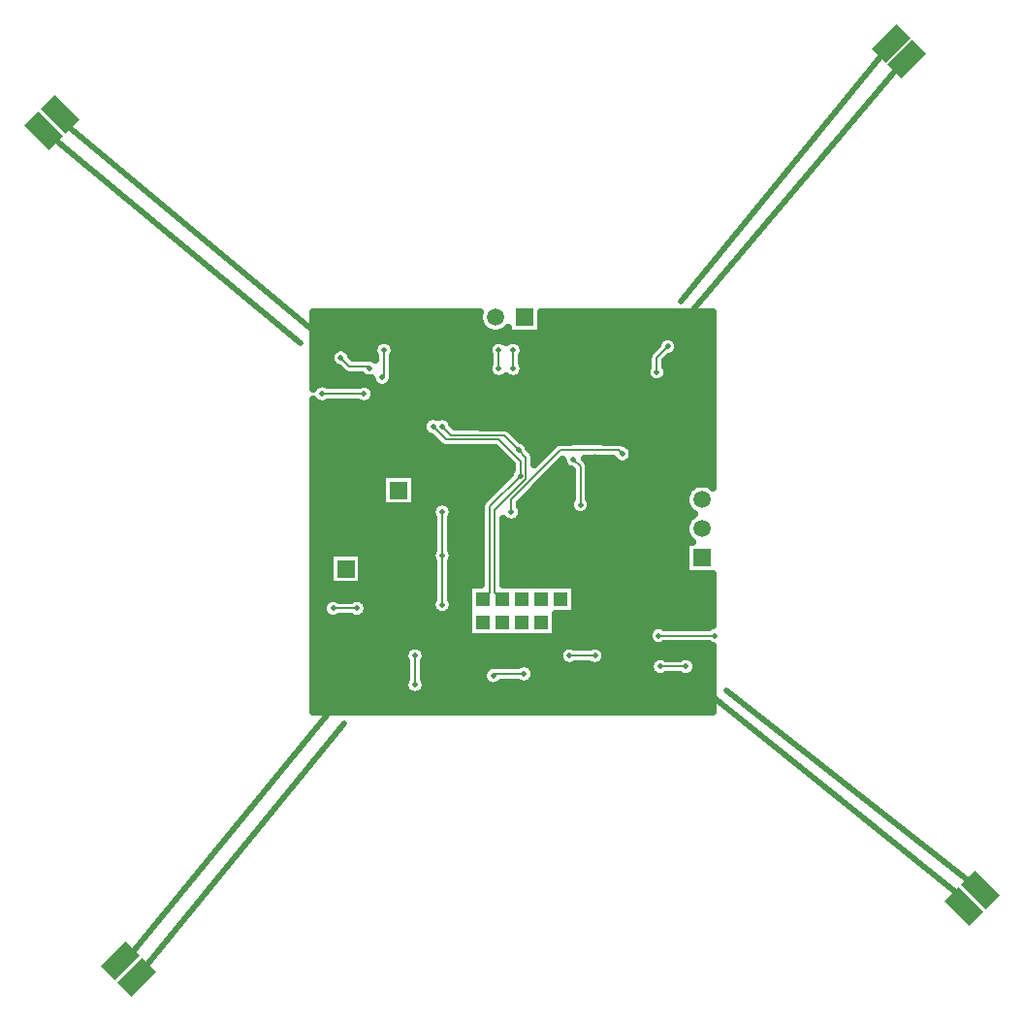
<source format=gbl>
G04 DipTrace 3.2.0.1*
G04 Rev1.2.gbl*
%MOIN*%
G04 #@! TF.FileFunction,Copper,L2,Bot*
G04 #@! TF.Part,Single*
%AMOUTLINE6*
4,1,4,
0.017399,0.066117,
0.066117,0.017399,
-0.017399,-0.066117,
-0.066117,-0.017399,
0.017399,0.066117,
0*%
%AMOUTLINE9*
4,1,4,
-0.066117,0.017399,
-0.017399,0.066117,
0.066117,-0.017399,
0.017399,-0.066117,
-0.066117,0.017399,
0*%
G04 #@! TA.AperFunction,Conductor*
%ADD13C,0.006*%
%ADD14C,0.02*%
G04 #@! TA.AperFunction,CopperBalancing*
%ADD15C,0.025*%
G04 #@! TA.AperFunction,ComponentPad*
%ADD20R,0.059055X0.059055*%
%ADD21C,0.059055*%
%ADD32R,0.047244X0.047244*%
G04 #@! TA.AperFunction,ViaPad*
%ADD35C,0.019*%
%ADD77OUTLINE6*%
%ADD80OUTLINE9*%
%FSLAX26Y26*%
G04*
G70*
G90*
G75*
G01*
G04 Bottom*
%LPD*%
X992650Y776114D2*
D13*
X983249Y785514D1*
Y788354D1*
X3884227Y977978D2*
X3883249Y977000D1*
X3690945Y3887795D2*
X3687106D1*
X3686878Y3888024D1*
X777559Y3690945D2*
Y3696197D1*
X774378Y3699378D1*
X2170177Y2707677D2*
X2282677D1*
X2220177Y2795177D2*
X2232677Y2782677D1*
X2607677Y2520177D2*
X2617052Y2529552D1*
X2370177Y2363927D2*
Y2370177D1*
X983249Y788354D2*
X992403Y779201D1*
D14*
X1732677Y1682677D1*
X3686878Y3888024D2*
Y3894626D1*
X2901428Y2970177D1*
X3883249Y977000D2*
X3897441Y991192D1*
X2957677Y1745177D1*
X774378Y3699378D2*
X764634Y3689634D1*
X1726428Y2888928D1*
X2363927Y1876428D2*
D13*
X2370178D1*
X2376428Y1882677D1*
X3063927Y1720177D2*
D14*
X3938927Y1032677D1*
X2282677Y2826428D2*
D13*
Y2888928D1*
X2332677Y2826428D2*
Y2888927D1*
X2370177Y1776428D2*
X2270177D1*
X2263927Y1770177D1*
X2838927Y1801428D2*
X2926427D1*
X2563927Y2357677D2*
Y2488927D1*
X2538927Y2513927D1*
X2826427Y2813927D2*
Y2863927D1*
X2863927Y2901427D1*
X1838928Y2826428D2*
Y2832677D1*
X1770177D1*
X1740404Y2862450D1*
X1751428Y1607677D2*
D14*
X1038927Y732677D1*
X1601428Y2913927D2*
X721654Y3643701D1*
X718701D1*
X2907677Y3057677D2*
X3631201Y3943701D1*
X1995177Y1838928D2*
D13*
Y1738928D1*
X2526427Y1838928D2*
X2613927D1*
X2832677Y1907677D2*
X3026427D1*
X1713927Y2001428D2*
X1795177D1*
X1888927Y2888928D2*
Y2801428D1*
X1882677Y2795177D1*
X1820177Y2738928D2*
X1676428D1*
X2363927Y1951428D2*
X2362106Y1953248D1*
X2357677Y2457677D2*
Y2507677D1*
X2282677Y2582677D1*
X2101428D1*
X2057677Y2626428D1*
X2228248Y2031988D2*
X2225738D1*
X2251427Y2057677D1*
Y2351427D1*
X2357677Y2457677D1*
X2088927Y2626428D2*
X2120177Y2595177D1*
X2301428D1*
X2351428Y2545177D1*
X2295177Y2031988D2*
X2295865D1*
X2270177Y2057676D1*
Y2338928D1*
X2376427Y2445177D1*
Y2520178D1*
X2351428Y2545177D1*
X2088927Y2332678D2*
Y2182677D1*
Y2013927D1*
X2326427Y2332677D2*
Y2376427D1*
X2495177Y2545177D1*
X2695177D1*
X2707677Y2532677D1*
D35*
X992650Y776114D3*
X3884227Y977978D3*
X3690945Y3887795D3*
X777559Y3690945D3*
X2170177Y2707677D3*
X2220177Y2795177D3*
X2607677Y2520177D3*
X2370177Y2363927D3*
X2363927Y1876428D3*
X3063927Y1720177D3*
X2282677Y2826428D3*
Y2888928D3*
X2332677Y2826428D3*
Y2888927D3*
X2370177Y1776428D3*
X2263927Y1770177D3*
X2838927Y1801428D3*
X2926427D3*
X2563927Y2357677D3*
X2538927Y2513927D3*
X2826427Y2813927D3*
X2863927Y2901427D3*
X1838928Y2826428D3*
X1740404Y2862450D3*
X1751428Y1607677D3*
X1601428Y2913927D3*
X2907677Y3057677D3*
X1995177Y1838928D3*
Y1738928D3*
X2526427Y1838928D3*
X2613927D3*
X2832677Y1907677D3*
X3026427D3*
X1713927Y2001428D3*
X1795177D3*
X1888927Y2888928D3*
X1882677Y2795177D3*
X1820177Y2738928D3*
X1676428D3*
X2363927Y1951428D3*
X2357677Y2457677D3*
X2057677Y2626428D3*
X2357677Y2457677D3*
X2088927Y2626428D3*
X2351428Y2545177D3*
X2088927Y2332678D3*
Y2013927D3*
Y2182677D3*
X2326427Y2332677D3*
X2707677Y2532677D3*
X1647695Y2995308D2*
D15*
X2213935D1*
X2430580D2*
X3017669D1*
X1647695Y2970440D2*
X2223229D1*
X2430580D2*
X3017669D1*
X1647695Y2945571D2*
X3017669D1*
X1647695Y2920702D2*
X1869519D1*
X1908322D2*
X2263276D1*
X2302079D2*
X2313249D1*
X2352066D2*
X2831036D1*
X2896824D2*
X3017669D1*
X1647695Y2895833D2*
X1724439D1*
X1756352D2*
X1851110D1*
X1926766D2*
X2244868D1*
X2370510D2*
X2814134D1*
X2901991D2*
X3017669D1*
X1647695Y2870965D2*
X1702945D1*
X1777883D2*
X1855237D1*
X1922604D2*
X2248994D1*
X2366384D2*
X2795295D1*
X2885592D2*
X3017669D1*
X1647695Y2846096D2*
X1705851D1*
X1920917D2*
X2250035D1*
X2365307D2*
X2794434D1*
X2858428D2*
X3017669D1*
X1647695Y2821227D2*
X1737429D1*
X1920917D2*
X2244581D1*
X2370797D2*
X2788692D1*
X2864169D2*
X3017669D1*
X1647695Y2796358D2*
X1816662D1*
X1921133D2*
X2260405D1*
X2354972D2*
X2792496D1*
X2860329D2*
X3017669D1*
X1647695Y2771490D2*
X1658576D1*
X1694273D2*
X1802344D1*
X1838025D2*
X1853084D1*
X1912269D2*
X3017669D1*
X1857833Y2746621D2*
X3017669D1*
X1854316Y2721752D2*
X3017669D1*
X1647695Y2696883D2*
X3017669D1*
X1647695Y2672014D2*
X3017669D1*
X1647695Y2647146D2*
X2025759D1*
X2120864D2*
X3017669D1*
X1647695Y2622277D2*
X2019407D1*
X2315572D2*
X3017669D1*
X1647695Y2597408D2*
X2033869D1*
X2343418D2*
X3017669D1*
X1647695Y2572539D2*
X2067349D1*
X2377328D2*
X2481667D1*
X2708683D2*
X3017669D1*
X1647695Y2547671D2*
X2273467D1*
X2393153D2*
X2453462D1*
X2742880D2*
X3017669D1*
X1647695Y2522802D2*
X2298335D1*
X2408296D2*
X2428595D1*
X2744782D2*
X3017669D1*
X1647695Y2497933D2*
X2323203D1*
X2492158D2*
X2504167D1*
X2594499D2*
X2695788D1*
X2719556D2*
X3017669D1*
X1647695Y2473064D2*
X2322629D1*
X2467290D2*
X2531941D1*
X2595935D2*
X3017669D1*
X1647695Y2448196D2*
X1880392D1*
X1997458D2*
X2304005D1*
X2442386D2*
X2531941D1*
X2595935D2*
X3017669D1*
X1647695Y2423327D2*
X1880392D1*
X1997458D2*
X2279101D1*
X2417519D2*
X2531941D1*
X2595935D2*
X2951104D1*
X1647695Y2398458D2*
X1880392D1*
X1997458D2*
X2254233D1*
X2392651D2*
X2531941D1*
X2595935D2*
X2928820D1*
X1647695Y2373589D2*
X1880392D1*
X1997458D2*
X2229366D1*
X2367783D2*
X2529142D1*
X2598698D2*
X2923796D1*
X1647695Y2348720D2*
X2054215D1*
X2123663D2*
X2219426D1*
X2361145D2*
X2526559D1*
X2601281D2*
X2930399D1*
X1647695Y2323852D2*
X2051524D1*
X2126318D2*
X2219426D1*
X2363836D2*
X2549130D1*
X2578710D2*
X2952001D1*
X1647695Y2298983D2*
X2056942D1*
X2120936D2*
X2219426D1*
X2302187D2*
X2311301D1*
X2341588D2*
X2929071D1*
X1647695Y2274114D2*
X2056942D1*
X2120936D2*
X2219426D1*
X2302187D2*
X2923761D1*
X1647695Y2249245D2*
X2056942D1*
X2120936D2*
X2219426D1*
X2302187D2*
X2930148D1*
X1647695Y2224377D2*
X2056942D1*
X2120936D2*
X2219426D1*
X2302187D2*
X2923761D1*
X1647695Y2199508D2*
X2054610D1*
X2123232D2*
X2219426D1*
X2302187D2*
X2923761D1*
X1647695Y2174639D2*
X1699069D1*
X1816100D2*
X2051344D1*
X2126498D2*
X2219426D1*
X2302187D2*
X2923761D1*
X1647695Y2149770D2*
X1699069D1*
X1816100D2*
X2056942D1*
X2120936D2*
X2219426D1*
X2302187D2*
X2923761D1*
X1647695Y2124902D2*
X1699069D1*
X1816100D2*
X2056942D1*
X2120936D2*
X2219426D1*
X2302187D2*
X2923761D1*
X1647695Y2100033D2*
X1699069D1*
X1816100D2*
X2056942D1*
X2120936D2*
X2219426D1*
X2302187D2*
X3017669D1*
X1647695Y2075164D2*
X2056942D1*
X2120936D2*
X2175647D1*
X2548568D2*
X3017669D1*
X1647695Y2050295D2*
X2056942D1*
X2120936D2*
X2175647D1*
X2548568D2*
X3017669D1*
X1647695Y2025427D2*
X1684608D1*
X1824496D2*
X2052313D1*
X2125529D2*
X2175647D1*
X2548568D2*
X3017669D1*
X1647695Y2000558D2*
X1675457D1*
X1833647D2*
X2052995D1*
X2124847D2*
X2175647D1*
X2548568D2*
X3017669D1*
X1647695Y1975689D2*
X1686259D1*
X1822846D2*
X2175647D1*
X2481644D2*
X3017669D1*
X1647695Y1950820D2*
X2175647D1*
X2481644D2*
X3017669D1*
X1647695Y1925951D2*
X2175647D1*
X2481644D2*
X2799171D1*
X1647695Y1901083D2*
X2794793D1*
X1647695Y1876214D2*
X2812699D1*
X2852650D2*
X3006438D1*
X1647695Y1851345D2*
X1958907D1*
X2031476D2*
X2490136D1*
X2650192D2*
X3017669D1*
X1647695Y1826476D2*
X1958907D1*
X2031441D2*
X2490172D1*
X2650192D2*
X2810582D1*
X2954777D2*
X3017669D1*
X1647695Y1801608D2*
X1963177D1*
X2027170D2*
X2243899D1*
X2398392D2*
X2800427D1*
X2964932D2*
X3017669D1*
X1647695Y1776739D2*
X1963177D1*
X2027170D2*
X2226028D1*
X2408655D2*
X2810223D1*
X2955100D2*
X3017669D1*
X1647695Y1751870D2*
X1959086D1*
X2031261D2*
X2230442D1*
X2399002D2*
X3017669D1*
X1647695Y1727001D2*
X1958727D1*
X2031620D2*
X3017669D1*
X1647695Y1702133D2*
X3017669D1*
X1647695Y1677264D2*
X3017669D1*
X1647695Y1652395D2*
X3017669D1*
X2935450Y2231217D2*
X2947615D1*
X2942672Y2235585D1*
X2936963Y2242269D1*
X2932370Y2249764D1*
X2929006Y2257886D1*
X2926953Y2266433D1*
X2926264Y2275197D1*
X2926953Y2283960D1*
X2929006Y2292508D1*
X2932370Y2300629D1*
X2936963Y2308124D1*
X2942672Y2314809D1*
X2949356Y2320518D1*
X2957023Y2325190D1*
X2949356Y2329876D1*
X2942672Y2335585D1*
X2936963Y2342269D1*
X2932370Y2349764D1*
X2929006Y2357886D1*
X2926953Y2366433D1*
X2926264Y2375197D1*
X2926953Y2383960D1*
X2929006Y2392508D1*
X2932370Y2400629D1*
X2936963Y2408124D1*
X2942672Y2414809D1*
X2949356Y2420518D1*
X2956851Y2425111D1*
X2964972Y2428475D1*
X2973520Y2430527D1*
X2982283Y2431217D1*
X2991047Y2430527D1*
X2999594Y2428475D1*
X3007716Y2425111D1*
X3015211Y2420518D1*
X3020167Y2416407D1*
X3020177Y3020211D1*
X2428065Y3020177D1*
X2428067Y2945949D1*
X2316028D1*
Y2967300D1*
X2311659Y2962357D1*
X2304975Y2956648D1*
X2297480Y2952055D1*
X2289358Y2948691D1*
X2280811Y2946639D1*
X2272047Y2945949D1*
X2263284Y2946639D1*
X2254736Y2948691D1*
X2246615Y2952055D1*
X2239120Y2956648D1*
X2232435Y2962357D1*
X2226726Y2969041D1*
X2222133Y2976536D1*
X2218769Y2984657D1*
X2216717Y2993205D1*
X2216028Y3001969D1*
X2216717Y3010732D1*
X2218769Y3019280D1*
X2219096Y3020166D1*
X1645143Y3020177D1*
X1645177Y2756764D1*
X1649059Y2762303D1*
X1653053Y2766296D1*
X1657622Y2769616D1*
X1662654Y2772180D1*
X1668026Y2773925D1*
X1673604Y2774809D1*
X1679252D1*
X1684830Y2773925D1*
X1690201Y2772180D1*
X1695234Y2769616D1*
X1697024Y2768420D1*
X1799546D1*
X1803837Y2770997D1*
X1809055Y2773158D1*
X1814547Y2774477D1*
X1820177Y2774920D1*
X1825808Y2774477D1*
X1831299Y2773158D1*
X1836517Y2770997D1*
X1841333Y2768046D1*
X1845627Y2764378D1*
X1849295Y2760083D1*
X1852246Y2755268D1*
X1854408Y2750050D1*
X1855726Y2744558D1*
X1856169Y2738928D1*
X1855726Y2733297D1*
X1854408Y2727806D1*
X1852246Y2722588D1*
X1849295Y2717772D1*
X1845627Y2713478D1*
X1841333Y2709810D1*
X1836517Y2706859D1*
X1831299Y2704697D1*
X1825808Y2703379D1*
X1820177Y2702936D1*
X1814547Y2703379D1*
X1809055Y2704697D1*
X1803837Y2706859D1*
X1799581Y2709435D1*
X1697059Y2709436D1*
X1692768Y2706859D1*
X1687550Y2704697D1*
X1682058Y2703379D1*
X1676428Y2702936D1*
X1670797Y2703379D1*
X1665306Y2704697D1*
X1660088Y2706859D1*
X1655272Y2709810D1*
X1650978Y2713478D1*
X1647310Y2717772D1*
X1645173Y2721133D1*
X1645177Y1645143D1*
X3020211Y1645177D1*
X3020177Y1872204D1*
X3015304Y1873447D1*
X3010086Y1875608D1*
X3005831Y1878185D1*
X2853285D1*
X2849017Y1875608D1*
X2843799Y1873447D1*
X2838308Y1872128D1*
X2832677Y1871685D1*
X2827047Y1872128D1*
X2821555Y1873447D1*
X2816337Y1875608D1*
X2811522Y1878559D1*
X2807227Y1882227D1*
X2803559Y1886522D1*
X2800608Y1891337D1*
X2798447Y1896555D1*
X2797128Y1902047D1*
X2796685Y1907677D1*
X2797128Y1913308D1*
X2798447Y1918799D1*
X2800608Y1924017D1*
X2803559Y1928833D1*
X2807227Y1933127D1*
X2811522Y1936795D1*
X2816337Y1939746D1*
X2821555Y1941908D1*
X2827047Y1943226D1*
X2832677Y1943669D1*
X2838308Y1943226D1*
X2843799Y1941908D1*
X2849017Y1939746D1*
X2853273Y1937170D1*
X3005818Y1937169D1*
X3010086Y1939746D1*
X3015304Y1941908D1*
X3020179Y1943103D1*
X3020177Y2119159D1*
X2926264Y2119177D1*
Y2231217D1*
X2935450D1*
X2245098Y1903134D2*
X2178134D1*
Y2082102D1*
X2221949D1*
X2222025Y2353740D1*
X2222749Y2358311D1*
X2224179Y2362713D1*
X2226280Y2366836D1*
X2229001Y2370580D1*
X2289034Y2430742D1*
X2322248Y2463957D1*
X2323447Y2468799D1*
X2325608Y2474017D1*
X2328185Y2478273D1*
Y2495463D1*
X2270470Y2553176D1*
X2099114Y2553276D1*
X2094543Y2554000D1*
X2090142Y2555430D1*
X2086018Y2557531D1*
X2082274Y2560251D1*
X2051419Y2590978D1*
X2046555Y2592197D1*
X2041337Y2594359D1*
X2036522Y2597310D1*
X2032227Y2600978D1*
X2028559Y2605272D1*
X2025608Y2610088D1*
X2023447Y2615306D1*
X2022128Y2620797D1*
X2021685Y2626428D1*
X2022128Y2632058D1*
X2023447Y2637550D1*
X2025608Y2642768D1*
X2028559Y2647583D1*
X2032227Y2651878D1*
X2036522Y2655546D1*
X2041337Y2658497D1*
X2046555Y2660658D1*
X2052047Y2661977D1*
X2057677Y2662420D1*
X2063308Y2661977D1*
X2068799Y2660658D1*
X2073285Y2658834D1*
X2077804Y2660658D1*
X2083296Y2661977D1*
X2088927Y2662420D1*
X2094557Y2661977D1*
X2100049Y2660658D1*
X2105267Y2658497D1*
X2110082Y2655546D1*
X2114377Y2651878D1*
X2118045Y2647583D1*
X2120996Y2642768D1*
X2123157Y2637550D1*
X2124344Y2632719D1*
X2132389Y2624674D1*
X2303742Y2624578D1*
X2308313Y2623854D1*
X2312714Y2622424D1*
X2316837Y2620323D1*
X2320581Y2617603D1*
X2357679Y2580635D1*
X2362550Y2579408D1*
X2367768Y2577246D1*
X2372583Y2574295D1*
X2376878Y2570627D1*
X2380546Y2566333D1*
X2383497Y2561517D1*
X2385658Y2556299D1*
X2386845Y2551468D1*
X2398853Y2539332D1*
X2401573Y2535588D1*
X2403674Y2531465D1*
X2405104Y2527063D1*
X2405828Y2522492D1*
X2405919Y2497607D1*
X2476023Y2567603D1*
X2479768Y2570323D1*
X2483891Y2572424D1*
X2488292Y2573855D1*
X2492863Y2574579D1*
X2577854Y2574669D1*
X2697491Y2574579D1*
X2702062Y2573855D1*
X2706463Y2572424D1*
X2710587Y2570323D1*
X2712519Y2569031D1*
X2721451Y2565930D1*
X2726483Y2563365D1*
X2731052Y2560046D1*
X2735046Y2556052D1*
X2738365Y2551483D1*
X2740930Y2546451D1*
X2742675Y2541079D1*
X2743558Y2535501D1*
Y2529853D1*
X2742675Y2524275D1*
X2740930Y2518904D1*
X2738365Y2513871D1*
X2735046Y2509302D1*
X2731052Y2505309D1*
X2726483Y2501989D1*
X2721451Y2499425D1*
X2716079Y2497680D1*
X2710501Y2496796D1*
X2704853D1*
X2699275Y2497680D1*
X2693904Y2499425D1*
X2688871Y2501989D1*
X2684302Y2505309D1*
X2680309Y2509302D1*
X2676989Y2513871D1*
X2675969Y2515692D1*
X2578877Y2515685D1*
X2586353Y2508080D1*
X2589073Y2504336D1*
X2591174Y2500213D1*
X2592604Y2495811D1*
X2593328Y2491240D1*
X2593419Y2406249D1*
Y2378296D1*
X2595996Y2374017D1*
X2598157Y2368799D1*
X2599476Y2363308D1*
X2599919Y2357677D1*
X2599476Y2352047D1*
X2598157Y2346555D1*
X2595996Y2341337D1*
X2593045Y2336522D1*
X2589377Y2332227D1*
X2585082Y2328559D1*
X2580267Y2325608D1*
X2575049Y2323447D1*
X2569557Y2322128D1*
X2563927Y2321685D1*
X2558296Y2322128D1*
X2552804Y2323447D1*
X2547586Y2325608D1*
X2542771Y2328559D1*
X2538476Y2332227D1*
X2534808Y2336522D1*
X2531857Y2341337D1*
X2529696Y2346555D1*
X2528378Y2352047D1*
X2527934Y2357677D1*
X2528378Y2363308D1*
X2529696Y2368799D1*
X2531857Y2374017D1*
X2534434Y2378273D1*
Y2476705D1*
X2530524Y2478929D1*
X2525153Y2480674D1*
X2520121Y2483238D1*
X2515551Y2486558D1*
X2511558Y2490551D1*
X2508238Y2495121D1*
X2505674Y2500153D1*
X2503929Y2505524D1*
X2503036Y2511334D1*
X2355896Y2364188D1*
X2355919Y2353281D1*
X2358496Y2349017D1*
X2360657Y2343799D1*
X2361976Y2338308D1*
X2362419Y2332677D1*
X2361976Y2327047D1*
X2360657Y2321555D1*
X2358496Y2316337D1*
X2355545Y2311522D1*
X2351877Y2307227D1*
X2347582Y2303559D1*
X2342767Y2300608D1*
X2337549Y2298447D1*
X2332057Y2297128D1*
X2326427Y2296685D1*
X2320796Y2297128D1*
X2315304Y2298447D1*
X2310086Y2300608D1*
X2305271Y2303559D1*
X2300976Y2307227D1*
X2299665Y2308646D1*
X2299669Y2082105D1*
X2546079Y2082102D1*
Y1981874D1*
X2479155D1*
X2479150Y1903134D1*
X2245063Y1903170D1*
X1710746Y2193815D2*
X1813599D1*
Y2081775D1*
X1701559D1*
Y2193815D1*
X1710746D1*
X1892094Y2463697D2*
X1994947D1*
Y2351657D1*
X1882908D1*
Y2463697D1*
X1892094D1*
X2253185Y2847061D2*
Y2868305D1*
X2250608Y2872588D1*
X2248447Y2877806D1*
X2247128Y2883297D1*
X2246685Y2888928D1*
X2247128Y2894558D1*
X2248447Y2900050D1*
X2250608Y2905268D1*
X2253559Y2910083D1*
X2257227Y2914378D1*
X2261522Y2918046D1*
X2266337Y2920997D1*
X2271555Y2923158D1*
X2277047Y2924477D1*
X2282677Y2924920D1*
X2288308Y2924477D1*
X2293799Y2923158D1*
X2299017Y2920997D1*
X2303833Y2918046D1*
X2307665Y2914805D1*
X2311522Y2918045D1*
X2316337Y2920996D1*
X2321555Y2923157D1*
X2327047Y2924476D1*
X2332677Y2924919D1*
X2338308Y2924476D1*
X2343799Y2923157D1*
X2349017Y2920996D1*
X2353833Y2918045D1*
X2358127Y2914377D1*
X2361795Y2910082D1*
X2364746Y2905267D1*
X2366908Y2900049D1*
X2368226Y2894557D1*
X2368669Y2888927D1*
X2368226Y2883296D1*
X2366908Y2877804D1*
X2364746Y2872586D1*
X2362170Y2868331D1*
X2362169Y2847050D1*
X2364746Y2842768D1*
X2366908Y2837550D1*
X2368226Y2832058D1*
X2368669Y2826428D1*
X2368226Y2820797D1*
X2366908Y2815306D1*
X2364746Y2810088D1*
X2361795Y2805272D1*
X2358127Y2800978D1*
X2353833Y2797310D1*
X2349017Y2794359D1*
X2343799Y2792197D1*
X2338308Y2790879D1*
X2332677Y2790436D1*
X2327047Y2790879D1*
X2321555Y2792197D1*
X2316337Y2794359D1*
X2311522Y2797310D1*
X2307689Y2800550D1*
X2303833Y2797310D1*
X2299017Y2794359D1*
X2293799Y2792197D1*
X2288308Y2790879D1*
X2282677Y2790436D1*
X2277047Y2790879D1*
X2271555Y2792197D1*
X2266337Y2794359D1*
X2261522Y2797310D1*
X2257227Y2800978D1*
X2253559Y2805272D1*
X2250608Y2810088D1*
X2248447Y2815306D1*
X2247128Y2820797D1*
X2246685Y2826428D1*
X2247128Y2832058D1*
X2248447Y2837550D1*
X2250608Y2842768D1*
X2253185Y2847024D1*
X2349544Y1746936D2*
X2291295Y1746802D1*
X2287302Y1742809D1*
X2282732Y1739489D1*
X2277700Y1736925D1*
X2272329Y1735180D1*
X2266750Y1734296D1*
X2261103D1*
X2255524Y1735180D1*
X2250153Y1736925D1*
X2245121Y1739489D1*
X2240551Y1742809D1*
X2236558Y1746802D1*
X2233238Y1751371D1*
X2230674Y1756404D1*
X2228929Y1761775D1*
X2228045Y1767353D1*
Y1773001D1*
X2228929Y1778579D1*
X2230674Y1783951D1*
X2233238Y1788983D1*
X2236558Y1793552D1*
X2240551Y1797546D1*
X2245121Y1800865D1*
X2250153Y1803430D1*
X2255524Y1805175D1*
X2261103Y1806058D1*
X2266750D1*
X2279364Y1805920D1*
X2349517D1*
X2353837Y1808497D1*
X2359055Y1810658D1*
X2364547Y1811977D1*
X2370177Y1812420D1*
X2375808Y1811977D1*
X2381299Y1810658D1*
X2386517Y1808497D1*
X2391333Y1805546D1*
X2395627Y1801878D1*
X2399295Y1797583D1*
X2402246Y1792768D1*
X2404408Y1787550D1*
X2405726Y1782058D1*
X2406169Y1776428D1*
X2405726Y1770797D1*
X2404408Y1765306D1*
X2402246Y1760088D1*
X2399295Y1755272D1*
X2395627Y1750978D1*
X2391333Y1747310D1*
X2386517Y1744359D1*
X2381299Y1742197D1*
X2375808Y1740879D1*
X2370177Y1740436D1*
X2364547Y1740879D1*
X2359055Y1742197D1*
X2353837Y1744359D1*
X2349581Y1746935D1*
X2859560Y1830920D2*
X2905779D1*
X2910086Y1833497D1*
X2915304Y1835658D1*
X2920796Y1836977D1*
X2926427Y1837420D1*
X2932057Y1836977D1*
X2937549Y1835658D1*
X2942767Y1833497D1*
X2947582Y1830546D1*
X2951877Y1826878D1*
X2955545Y1822583D1*
X2958496Y1817768D1*
X2960657Y1812550D1*
X2961976Y1807058D1*
X2962419Y1801428D1*
X2961976Y1795797D1*
X2960657Y1790306D1*
X2958496Y1785088D1*
X2955545Y1780272D1*
X2951877Y1775978D1*
X2947582Y1772310D1*
X2942767Y1769359D1*
X2937549Y1767197D1*
X2932057Y1765879D1*
X2926427Y1765436D1*
X2920796Y1765879D1*
X2915304Y1767197D1*
X2910086Y1769359D1*
X2905831Y1771935D1*
X2859574Y1771936D1*
X2855267Y1769359D1*
X2850049Y1767197D1*
X2844557Y1765879D1*
X2838927Y1765436D1*
X2833296Y1765879D1*
X2827804Y1767197D1*
X2822586Y1769359D1*
X2817771Y1772310D1*
X2813476Y1775978D1*
X2809808Y1780272D1*
X2806857Y1785088D1*
X2804696Y1790306D1*
X2803378Y1795797D1*
X2802934Y1801428D1*
X2803378Y1807058D1*
X2804696Y1812550D1*
X2806857Y1817768D1*
X2809808Y1822583D1*
X2813476Y1826878D1*
X2817771Y1830546D1*
X2822586Y1833497D1*
X2827804Y1835658D1*
X2833296Y1836977D1*
X2838927Y1837420D1*
X2844557Y1836977D1*
X2850049Y1835658D1*
X2855267Y1833497D1*
X2859522Y1830920D1*
X2796934Y2834560D2*
X2797025Y2866240D1*
X2797749Y2870811D1*
X2799179Y2875213D1*
X2801280Y2879336D1*
X2804001Y2883080D1*
X2828485Y2907693D1*
X2829696Y2912549D1*
X2831857Y2917767D1*
X2834808Y2922582D1*
X2838476Y2926877D1*
X2842771Y2930545D1*
X2847586Y2933496D1*
X2852804Y2935657D1*
X2858296Y2936976D1*
X2863927Y2937419D1*
X2869557Y2936976D1*
X2875049Y2935657D1*
X2880267Y2933496D1*
X2885082Y2930545D1*
X2889377Y2926877D1*
X2893045Y2922582D1*
X2895996Y2917767D1*
X2898157Y2912549D1*
X2899476Y2907057D1*
X2899919Y2901427D1*
X2899476Y2895796D1*
X2898157Y2890304D1*
X2895996Y2885086D1*
X2893045Y2880271D1*
X2889377Y2875976D1*
X2885082Y2872308D1*
X2880267Y2869357D1*
X2875049Y2867196D1*
X2870217Y2866009D1*
X2855930Y2851722D1*
X2855919Y2834537D1*
X2858496Y2830267D1*
X2860657Y2825049D1*
X2861976Y2819557D1*
X2862419Y2813927D1*
X2861976Y2808296D1*
X2860657Y2802804D1*
X2858496Y2797586D1*
X2855545Y2792771D1*
X2851877Y2788476D1*
X2847582Y2784808D1*
X2842767Y2781857D1*
X2837549Y2779696D1*
X2832057Y2778378D1*
X2826427Y2777934D1*
X2820796Y2778378D1*
X2815304Y2779696D1*
X2810086Y2781857D1*
X2805271Y2784808D1*
X2800976Y2788476D1*
X2797308Y2792771D1*
X2794357Y2797586D1*
X2792196Y2802804D1*
X2790878Y2808296D1*
X2790434Y2813927D1*
X2790878Y2819557D1*
X2792196Y2825049D1*
X2794357Y2830267D1*
X2796934Y2834522D1*
X1811476Y2803185D2*
X1767863Y2803276D1*
X1763292Y2804000D1*
X1758891Y2805430D1*
X1754768Y2807531D1*
X1751024Y2810251D1*
X1734124Y2827022D1*
X1729282Y2828220D1*
X1724064Y2830381D1*
X1719249Y2833332D1*
X1714954Y2837000D1*
X1711286Y2841294D1*
X1708335Y2846110D1*
X1706174Y2851328D1*
X1704855Y2856820D1*
X1704412Y2862450D1*
X1704855Y2868081D1*
X1706174Y2873572D1*
X1708335Y2878790D1*
X1711286Y2883606D1*
X1714954Y2887900D1*
X1719249Y2891568D1*
X1724064Y2894519D1*
X1729282Y2896681D1*
X1734774Y2897999D1*
X1740404Y2898442D1*
X1746035Y2897999D1*
X1751526Y2896681D1*
X1756744Y2894519D1*
X1761560Y2891568D1*
X1765854Y2887900D1*
X1769522Y2883606D1*
X1772473Y2878790D1*
X1774635Y2873572D1*
X1775822Y2868741D1*
X1782395Y2862168D1*
X1836104Y2862309D1*
X1841752D1*
X1847330Y2861425D1*
X1852701Y2859680D1*
X1857734Y2857116D1*
X1859432Y2855982D1*
X1859434Y2868280D1*
X1856857Y2872588D1*
X1854696Y2877806D1*
X1853378Y2883297D1*
X1852934Y2888928D1*
X1853378Y2894558D1*
X1854696Y2900050D1*
X1856857Y2905268D1*
X1859808Y2910083D1*
X1863476Y2914378D1*
X1867771Y2918046D1*
X1872586Y2920997D1*
X1877804Y2923158D1*
X1883296Y2924477D1*
X1888927Y2924920D1*
X1894557Y2924477D1*
X1900049Y2923158D1*
X1905267Y2920997D1*
X1910082Y2918046D1*
X1914377Y2914378D1*
X1918045Y2910083D1*
X1920996Y2905268D1*
X1923157Y2900050D1*
X1924476Y2894558D1*
X1924919Y2888928D1*
X1924476Y2883297D1*
X1923157Y2877806D1*
X1920996Y2872588D1*
X1918419Y2868332D1*
X1918558Y2798001D1*
Y2792353D1*
X1917675Y2786775D1*
X1915930Y2781404D1*
X1913365Y2776371D1*
X1910046Y2771802D1*
X1906052Y2767809D1*
X1901483Y2764489D1*
X1896451Y2761925D1*
X1891079Y2760180D1*
X1885501Y2759296D1*
X1879853D1*
X1874275Y2760180D1*
X1868904Y2761925D1*
X1863871Y2764489D1*
X1859302Y2767809D1*
X1855309Y2771802D1*
X1851989Y2776371D1*
X1849425Y2781404D1*
X1847680Y2786775D1*
X1846917Y2791334D1*
X1841752Y2790547D1*
X1836104D1*
X1830526Y2791430D1*
X1825154Y2793175D1*
X1820122Y2795739D1*
X1815553Y2799059D1*
X1811457Y2803183D1*
X2024669Y1818294D2*
Y1759588D1*
X2027246Y1755268D1*
X2029408Y1750050D1*
X2030726Y1744558D1*
X2031169Y1738928D1*
X2030726Y1733297D1*
X2029408Y1727806D1*
X2027246Y1722588D1*
X2024295Y1717772D1*
X2020627Y1713478D1*
X2016333Y1709810D1*
X2011517Y1706859D1*
X2006299Y1704697D1*
X2000808Y1703379D1*
X1995177Y1702936D1*
X1989547Y1703379D1*
X1984055Y1704697D1*
X1978837Y1706859D1*
X1974022Y1709810D1*
X1969727Y1713478D1*
X1966059Y1717772D1*
X1963108Y1722588D1*
X1960947Y1727806D1*
X1959628Y1733297D1*
X1959185Y1738928D1*
X1959628Y1744558D1*
X1960947Y1750050D1*
X1963108Y1755268D1*
X1965685Y1759524D1*
Y1818268D1*
X1963108Y1822588D1*
X1960947Y1827806D1*
X1959628Y1833297D1*
X1959185Y1838928D1*
X1959628Y1844558D1*
X1960947Y1850050D1*
X1963108Y1855268D1*
X1966059Y1860083D1*
X1969727Y1864378D1*
X1974022Y1868046D1*
X1978837Y1870997D1*
X1984055Y1873158D1*
X1989547Y1874477D1*
X1995177Y1874920D1*
X2000808Y1874477D1*
X2006299Y1873158D1*
X2011517Y1870997D1*
X2016333Y1868046D1*
X2020627Y1864378D1*
X2024295Y1860083D1*
X2027246Y1855268D1*
X2029408Y1850050D1*
X2030726Y1844558D1*
X2031169Y1838928D1*
X2030726Y1833297D1*
X2029408Y1827806D1*
X2027246Y1822588D1*
X2024670Y1818332D1*
X2547060Y1868420D2*
X2593279D1*
X2597586Y1870997D1*
X2602804Y1873158D1*
X2608296Y1874477D1*
X2613927Y1874920D1*
X2619557Y1874477D1*
X2625049Y1873158D1*
X2630267Y1870997D1*
X2635082Y1868046D1*
X2639377Y1864378D1*
X2643045Y1860083D1*
X2645996Y1855268D1*
X2648157Y1850050D1*
X2649476Y1844558D1*
X2649919Y1838928D1*
X2649476Y1833297D1*
X2648157Y1827806D1*
X2645996Y1822588D1*
X2643045Y1817772D1*
X2639377Y1813478D1*
X2635082Y1809810D1*
X2630267Y1806859D1*
X2625049Y1804697D1*
X2619557Y1803379D1*
X2613927Y1802936D1*
X2608296Y1803379D1*
X2602804Y1804697D1*
X2597586Y1806859D1*
X2593331Y1809435D1*
X2547074Y1809436D1*
X2542767Y1806859D1*
X2537549Y1804697D1*
X2532057Y1803379D1*
X2526427Y1802936D1*
X2520796Y1803379D1*
X2515304Y1804697D1*
X2510086Y1806859D1*
X2505271Y1809810D1*
X2500976Y1813478D1*
X2497308Y1817772D1*
X2494357Y1822588D1*
X2492196Y1827806D1*
X2490878Y1833297D1*
X2490434Y1838928D1*
X2490878Y1844558D1*
X2492196Y1850050D1*
X2494357Y1855268D1*
X2497308Y1860083D1*
X2500976Y1864378D1*
X2505271Y1868046D1*
X2510086Y1870997D1*
X2515304Y1873158D1*
X2520796Y1874477D1*
X2526427Y1874920D1*
X2532057Y1874477D1*
X2537549Y1873158D1*
X2542767Y1870997D1*
X2547022Y1868420D1*
X1734560Y2030920D2*
X1774535D1*
X1778837Y2033497D1*
X1784055Y2035658D1*
X1789547Y2036977D1*
X1795177Y2037420D1*
X1800808Y2036977D1*
X1806299Y2035658D1*
X1811517Y2033497D1*
X1816333Y2030546D1*
X1820627Y2026878D1*
X1824295Y2022583D1*
X1827246Y2017768D1*
X1829408Y2012550D1*
X1830726Y2007058D1*
X1831169Y2001428D1*
X1830726Y1995797D1*
X1829408Y1990306D1*
X1827246Y1985088D1*
X1824295Y1980272D1*
X1820627Y1975978D1*
X1816333Y1972310D1*
X1811517Y1969359D1*
X1806299Y1967197D1*
X1800808Y1965879D1*
X1795177Y1965436D1*
X1789547Y1965879D1*
X1784055Y1967197D1*
X1778837Y1969359D1*
X1774581Y1971935D1*
X1734569Y1971936D1*
X1730267Y1969359D1*
X1725049Y1967197D1*
X1719557Y1965879D1*
X1713927Y1965436D1*
X1708296Y1965879D1*
X1702804Y1967197D1*
X1697586Y1969359D1*
X1692771Y1972310D1*
X1688476Y1975978D1*
X1684808Y1980272D1*
X1681857Y1985088D1*
X1679696Y1990306D1*
X1678378Y1995797D1*
X1677934Y2001428D1*
X1678378Y2007058D1*
X1679696Y2012550D1*
X1681857Y2017768D1*
X1684808Y2022583D1*
X1688476Y2026878D1*
X1692771Y2030546D1*
X1697586Y2033497D1*
X1702804Y2035658D1*
X1708296Y2036977D1*
X1713927Y2037420D1*
X1719557Y2036977D1*
X1725049Y2035658D1*
X1730267Y2033497D1*
X1734522Y2030920D1*
X2322260Y2463968D2*
X2323447Y2468799D1*
X2325608Y2474017D1*
X2328185Y2478273D1*
X2118419Y2312045D2*
Y2203316D1*
X2120996Y2199017D1*
X2123157Y2193799D1*
X2124476Y2188308D1*
X2124919Y2182677D1*
X2124476Y2177047D1*
X2123157Y2171555D1*
X2120996Y2166337D1*
X2118419Y2162081D1*
Y2034583D1*
X2120996Y2030267D1*
X2123157Y2025049D1*
X2124476Y2019557D1*
X2124919Y2013927D1*
X2124476Y2008296D1*
X2123157Y2002804D1*
X2120996Y1997586D1*
X2118045Y1992771D1*
X2114377Y1988476D1*
X2110082Y1984808D1*
X2105267Y1981857D1*
X2100049Y1979696D1*
X2094557Y1978378D1*
X2088927Y1977934D1*
X2083296Y1978378D1*
X2077804Y1979696D1*
X2072586Y1981857D1*
X2067771Y1984808D1*
X2063476Y1988476D1*
X2059808Y1992771D1*
X2056857Y1997586D1*
X2054696Y2002804D1*
X2053378Y2008296D1*
X2052934Y2013927D1*
X2053378Y2019557D1*
X2054696Y2025049D1*
X2056857Y2030267D1*
X2059434Y2034522D1*
Y2162021D1*
X2056857Y2166337D1*
X2054696Y2171555D1*
X2053378Y2177047D1*
X2052934Y2182677D1*
X2053378Y2188308D1*
X2054696Y2193799D1*
X2056857Y2199017D1*
X2059434Y2203273D1*
Y2312040D1*
X2056857Y2316338D1*
X2054696Y2321556D1*
X2053378Y2327048D1*
X2052934Y2332678D1*
X2053378Y2338309D1*
X2054696Y2343801D1*
X2056857Y2349019D1*
X2059808Y2353834D1*
X2063476Y2358129D1*
X2067771Y2361797D1*
X2072586Y2364748D1*
X2077804Y2366909D1*
X2083296Y2368227D1*
X2088927Y2368671D1*
X2094557Y2368227D1*
X2100049Y2366909D1*
X2105267Y2364748D1*
X2110082Y2361797D1*
X2114377Y2358129D1*
X2118045Y2353834D1*
X2120996Y2349019D1*
X2123157Y2343801D1*
X2124476Y2338309D1*
X2124919Y2332678D1*
X2124476Y2327048D1*
X2123157Y2321556D1*
X2120996Y2316338D1*
X2118419Y2312083D1*
D20*
X2982283Y2175197D3*
D21*
Y2275197D3*
Y2375197D3*
Y2475197D3*
D20*
X1938927Y2407677D3*
D21*
X2038927D3*
D77*
X1038927Y732677D3*
X983249Y788354D3*
D80*
X3938927Y1032677D3*
X3883249Y977000D3*
D77*
X3631201Y3943701D3*
X3686878Y3888024D3*
D80*
X718701Y3643701D3*
X774378Y3699378D3*
D32*
X2228248Y1953248D3*
X2295177D3*
X2362106D3*
X2429035D3*
X2495965D3*
X2228248Y2031988D3*
X2295177D3*
X2362106D3*
X2429035D3*
X2495965D3*
D20*
X2372047Y3001969D3*
D21*
X2272047D3*
D20*
X1757579Y2137795D3*
D21*
X1857579D3*
M02*

</source>
